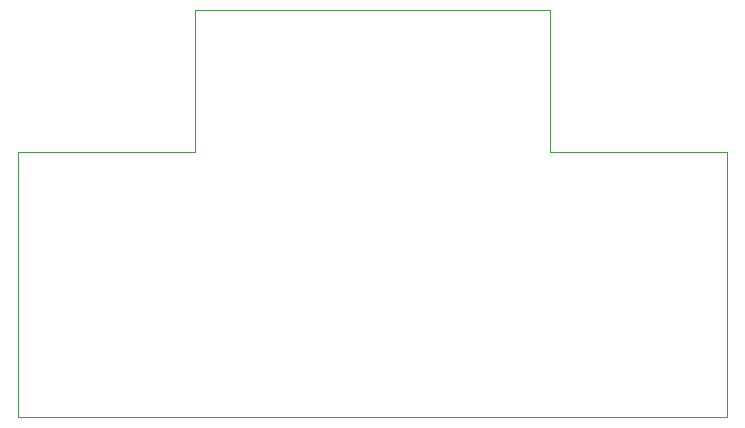
<source format=gbr>
%TF.GenerationSoftware,KiCad,Pcbnew,8.0.1*%
%TF.CreationDate,2024-03-24T16:32:44+02:00*%
%TF.ProjectId,88_Project,38385f50-726f-46a6-9563-742e6b696361,5*%
%TF.SameCoordinates,Original*%
%TF.FileFunction,Profile,NP*%
%FSLAX46Y46*%
G04 Gerber Fmt 4.6, Leading zero omitted, Abs format (unit mm)*
G04 Created by KiCad (PCBNEW 8.0.1) date 2024-03-24 16:32:44*
%MOMM*%
%LPD*%
G01*
G04 APERTURE LIST*
%TA.AperFunction,Profile*%
%ADD10C,0.050000*%
%TD*%
G04 APERTURE END LIST*
D10*
X50000000Y-110000000D02*
X50000000Y-98000000D01*
X50000000Y-98000000D02*
X80000000Y-98000000D01*
X80000000Y-110000000D02*
X95000000Y-110000000D01*
X35000000Y-110000000D02*
X50000000Y-110000000D01*
X80000000Y-98000000D02*
X80000000Y-110000000D01*
X95000000Y-110000000D02*
X95000000Y-132500000D01*
X35000000Y-132500000D02*
X35000000Y-110000000D01*
X95000000Y-132500000D02*
X35000000Y-132500000D01*
M02*

</source>
